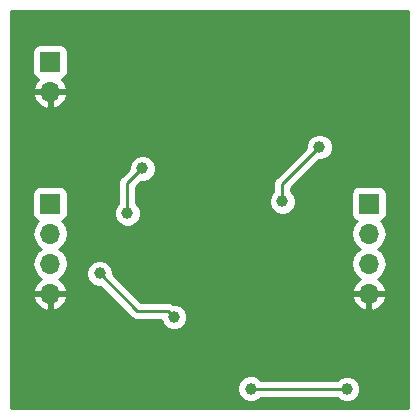
<source format=gbr>
G04 #@! TF.GenerationSoftware,KiCad,Pcbnew,5.0.1-33cea8e~67~ubuntu18.04.1*
G04 #@! TF.CreationDate,2018-10-23T17:06:15-07:00*
G04 #@! TF.ProjectId,big_battery,6269675F626174746572792E6B696361,rev?*
G04 #@! TF.SameCoordinates,Original*
G04 #@! TF.FileFunction,Copper,L2,Bot,Signal*
G04 #@! TF.FilePolarity,Positive*
%FSLAX46Y46*%
G04 Gerber Fmt 4.6, Leading zero omitted, Abs format (unit mm)*
G04 Created by KiCad (PCBNEW 5.0.1-33cea8e~67~ubuntu18.04.1) date Tue 23 Oct 2018 05:06:15 PM PDT*
%MOMM*%
%LPD*%
G01*
G04 APERTURE LIST*
G04 #@! TA.AperFunction,ComponentPad*
%ADD10R,1.700000X1.700000*%
G04 #@! TD*
G04 #@! TA.AperFunction,ComponentPad*
%ADD11O,1.700000X1.700000*%
G04 #@! TD*
G04 #@! TA.AperFunction,ViaPad*
%ADD12C,1.000000*%
G04 #@! TD*
G04 #@! TA.AperFunction,Conductor*
%ADD13C,0.250000*%
G04 #@! TD*
G04 #@! TA.AperFunction,Conductor*
%ADD14C,0.254000*%
G04 #@! TD*
G04 APERTURE END LIST*
D10*
G04 #@! TO.P,J3,1*
G04 #@! TO.N,/V_Out*
X31000000Y-17000000D03*
D11*
G04 #@! TO.P,J3,2*
G04 #@! TO.N,/CURRENT*
X31000000Y-19540000D03*
G04 #@! TO.P,J3,3*
G04 #@! TO.N,/TRICKLE_DIS*
X31000000Y-22080000D03*
G04 #@! TO.P,J3,4*
G04 #@! TO.N,GND*
X31000000Y-24620000D03*
G04 #@! TD*
G04 #@! TO.P,J2,2*
G04 #@! TO.N,GND*
X4000000Y-7540000D03*
D10*
G04 #@! TO.P,J2,1*
G04 #@! TO.N,+12V*
X4000000Y-5000000D03*
G04 #@! TD*
G04 #@! TO.P,J1,1*
G04 #@! TO.N,/S+*
X4000000Y-17000000D03*
D11*
G04 #@! TO.P,J1,2*
G04 #@! TO.N,/TRM*
X4000000Y-19540000D03*
G04 #@! TO.P,J1,3*
G04 #@! TO.N,/CB*
X4000000Y-22080000D03*
G04 #@! TO.P,J1,4*
G04 #@! TO.N,GND*
X4000000Y-24620000D03*
G04 #@! TD*
D12*
G04 #@! TO.N,GND*
X16000000Y-17400000D03*
X17500000Y-29200000D03*
X22900000Y-8900002D03*
X12899998Y-32674990D03*
G04 #@! TO.N,+3V3*
X26800000Y-12200000D03*
X23675000Y-16800000D03*
X21000000Y-32674990D03*
X29149584Y-32700000D03*
G04 #@! TO.N,Net-(R3-Pad1)*
X14500000Y-26600000D03*
X8200000Y-22900000D03*
G04 #@! TO.N,/V_Out*
X11800000Y-14000000D03*
X10554957Y-17806109D03*
G04 #@! TD*
D13*
G04 #@! TO.N,+3V3*
X23675000Y-15325000D02*
X23675000Y-16800000D01*
X26800000Y-12200000D02*
X23675000Y-15325000D01*
X21000000Y-32674990D02*
X29124574Y-32674990D01*
X29124574Y-32674990D02*
X29149584Y-32700000D01*
G04 #@! TO.N,Net-(R3-Pad1)*
X14000001Y-26100001D02*
X11400001Y-26100001D01*
X14500000Y-26600000D02*
X14000001Y-26100001D01*
X11400001Y-26100001D02*
X8200000Y-22900000D01*
G04 #@! TO.N,/V_Out*
X11800000Y-14000000D02*
X10554957Y-15245043D01*
X10554957Y-15245043D02*
X10554957Y-17806109D01*
G04 #@! TD*
D14*
G04 #@! TO.N,GND*
G36*
X34265000Y-34265000D02*
X735000Y-34265000D01*
X735000Y-32449224D01*
X19865000Y-32449224D01*
X19865000Y-32900756D01*
X20037793Y-33317916D01*
X20357074Y-33637197D01*
X20774234Y-33809990D01*
X21225766Y-33809990D01*
X21642926Y-33637197D01*
X21845133Y-33434990D01*
X28279441Y-33434990D01*
X28506658Y-33662207D01*
X28923818Y-33835000D01*
X29375350Y-33835000D01*
X29792510Y-33662207D01*
X30111791Y-33342926D01*
X30284584Y-32925766D01*
X30284584Y-32474234D01*
X30111791Y-32057074D01*
X29792510Y-31737793D01*
X29375350Y-31565000D01*
X28923818Y-31565000D01*
X28506658Y-31737793D01*
X28329461Y-31914990D01*
X21845133Y-31914990D01*
X21642926Y-31712783D01*
X21225766Y-31539990D01*
X20774234Y-31539990D01*
X20357074Y-31712783D01*
X20037793Y-32032064D01*
X19865000Y-32449224D01*
X735000Y-32449224D01*
X735000Y-24976890D01*
X2558524Y-24976890D01*
X2728355Y-25386924D01*
X3118642Y-25815183D01*
X3643108Y-26061486D01*
X3873000Y-25940819D01*
X3873000Y-24747000D01*
X4127000Y-24747000D01*
X4127000Y-25940819D01*
X4356892Y-26061486D01*
X4881358Y-25815183D01*
X5271645Y-25386924D01*
X5441476Y-24976890D01*
X5320155Y-24747000D01*
X4127000Y-24747000D01*
X3873000Y-24747000D01*
X2679845Y-24747000D01*
X2558524Y-24976890D01*
X735000Y-24976890D01*
X735000Y-19540000D01*
X2485908Y-19540000D01*
X2601161Y-20119418D01*
X2929375Y-20610625D01*
X3227761Y-20810000D01*
X2929375Y-21009375D01*
X2601161Y-21500582D01*
X2485908Y-22080000D01*
X2601161Y-22659418D01*
X2929375Y-23150625D01*
X3248478Y-23363843D01*
X3118642Y-23424817D01*
X2728355Y-23853076D01*
X2558524Y-24263110D01*
X2679845Y-24493000D01*
X3873000Y-24493000D01*
X3873000Y-24473000D01*
X4127000Y-24473000D01*
X4127000Y-24493000D01*
X5320155Y-24493000D01*
X5441476Y-24263110D01*
X5271645Y-23853076D01*
X4881358Y-23424817D01*
X4751522Y-23363843D01*
X5070625Y-23150625D01*
X5388939Y-22674234D01*
X7065000Y-22674234D01*
X7065000Y-23125766D01*
X7237793Y-23542926D01*
X7557074Y-23862207D01*
X7974234Y-24035000D01*
X8260199Y-24035000D01*
X10809671Y-26584473D01*
X10852072Y-26647930D01*
X10915528Y-26690330D01*
X11103463Y-26815905D01*
X11151606Y-26825481D01*
X11325149Y-26860001D01*
X11325153Y-26860001D01*
X11400001Y-26874889D01*
X11474849Y-26860001D01*
X13379181Y-26860001D01*
X13537793Y-27242926D01*
X13857074Y-27562207D01*
X14274234Y-27735000D01*
X14725766Y-27735000D01*
X15142926Y-27562207D01*
X15462207Y-27242926D01*
X15635000Y-26825766D01*
X15635000Y-26374234D01*
X15462207Y-25957074D01*
X15142926Y-25637793D01*
X14725766Y-25465000D01*
X14417618Y-25465000D01*
X14296538Y-25384097D01*
X14074853Y-25340001D01*
X14074848Y-25340001D01*
X14000001Y-25325113D01*
X13925154Y-25340001D01*
X11714803Y-25340001D01*
X11351692Y-24976890D01*
X29558524Y-24976890D01*
X29728355Y-25386924D01*
X30118642Y-25815183D01*
X30643108Y-26061486D01*
X30873000Y-25940819D01*
X30873000Y-24747000D01*
X31127000Y-24747000D01*
X31127000Y-25940819D01*
X31356892Y-26061486D01*
X31881358Y-25815183D01*
X32271645Y-25386924D01*
X32441476Y-24976890D01*
X32320155Y-24747000D01*
X31127000Y-24747000D01*
X30873000Y-24747000D01*
X29679845Y-24747000D01*
X29558524Y-24976890D01*
X11351692Y-24976890D01*
X9335000Y-22960199D01*
X9335000Y-22674234D01*
X9162207Y-22257074D01*
X8842926Y-21937793D01*
X8425766Y-21765000D01*
X7974234Y-21765000D01*
X7557074Y-21937793D01*
X7237793Y-22257074D01*
X7065000Y-22674234D01*
X5388939Y-22674234D01*
X5398839Y-22659418D01*
X5514092Y-22080000D01*
X5398839Y-21500582D01*
X5070625Y-21009375D01*
X4772239Y-20810000D01*
X5070625Y-20610625D01*
X5398839Y-20119418D01*
X5514092Y-19540000D01*
X29485908Y-19540000D01*
X29601161Y-20119418D01*
X29929375Y-20610625D01*
X30227761Y-20810000D01*
X29929375Y-21009375D01*
X29601161Y-21500582D01*
X29485908Y-22080000D01*
X29601161Y-22659418D01*
X29929375Y-23150625D01*
X30248478Y-23363843D01*
X30118642Y-23424817D01*
X29728355Y-23853076D01*
X29558524Y-24263110D01*
X29679845Y-24493000D01*
X30873000Y-24493000D01*
X30873000Y-24473000D01*
X31127000Y-24473000D01*
X31127000Y-24493000D01*
X32320155Y-24493000D01*
X32441476Y-24263110D01*
X32271645Y-23853076D01*
X31881358Y-23424817D01*
X31751522Y-23363843D01*
X32070625Y-23150625D01*
X32398839Y-22659418D01*
X32514092Y-22080000D01*
X32398839Y-21500582D01*
X32070625Y-21009375D01*
X31772239Y-20810000D01*
X32070625Y-20610625D01*
X32398839Y-20119418D01*
X32514092Y-19540000D01*
X32398839Y-18960582D01*
X32070625Y-18469375D01*
X32052381Y-18457184D01*
X32097765Y-18448157D01*
X32307809Y-18307809D01*
X32448157Y-18097765D01*
X32497440Y-17850000D01*
X32497440Y-16150000D01*
X32448157Y-15902235D01*
X32307809Y-15692191D01*
X32097765Y-15551843D01*
X31850000Y-15502560D01*
X30150000Y-15502560D01*
X29902235Y-15551843D01*
X29692191Y-15692191D01*
X29551843Y-15902235D01*
X29502560Y-16150000D01*
X29502560Y-17850000D01*
X29551843Y-18097765D01*
X29692191Y-18307809D01*
X29902235Y-18448157D01*
X29947619Y-18457184D01*
X29929375Y-18469375D01*
X29601161Y-18960582D01*
X29485908Y-19540000D01*
X5514092Y-19540000D01*
X5398839Y-18960582D01*
X5070625Y-18469375D01*
X5052381Y-18457184D01*
X5097765Y-18448157D01*
X5307809Y-18307809D01*
X5448157Y-18097765D01*
X5497440Y-17850000D01*
X5497440Y-17580343D01*
X9419957Y-17580343D01*
X9419957Y-18031875D01*
X9592750Y-18449035D01*
X9912031Y-18768316D01*
X10329191Y-18941109D01*
X10780723Y-18941109D01*
X11197883Y-18768316D01*
X11517164Y-18449035D01*
X11689957Y-18031875D01*
X11689957Y-17580343D01*
X11517164Y-17163183D01*
X11314957Y-16960976D01*
X11314957Y-16574234D01*
X22540000Y-16574234D01*
X22540000Y-17025766D01*
X22712793Y-17442926D01*
X23032074Y-17762207D01*
X23449234Y-17935000D01*
X23900766Y-17935000D01*
X24317926Y-17762207D01*
X24637207Y-17442926D01*
X24810000Y-17025766D01*
X24810000Y-16574234D01*
X24637207Y-16157074D01*
X24435000Y-15954867D01*
X24435000Y-15639801D01*
X26739803Y-13335000D01*
X27025766Y-13335000D01*
X27442926Y-13162207D01*
X27762207Y-12842926D01*
X27935000Y-12425766D01*
X27935000Y-11974234D01*
X27762207Y-11557074D01*
X27442926Y-11237793D01*
X27025766Y-11065000D01*
X26574234Y-11065000D01*
X26157074Y-11237793D01*
X25837793Y-11557074D01*
X25665000Y-11974234D01*
X25665000Y-12260197D01*
X23190530Y-14734669D01*
X23127071Y-14777071D01*
X22959096Y-15028464D01*
X22915000Y-15250149D01*
X22915000Y-15250153D01*
X22900112Y-15325000D01*
X22915000Y-15399847D01*
X22915000Y-15954867D01*
X22712793Y-16157074D01*
X22540000Y-16574234D01*
X11314957Y-16574234D01*
X11314957Y-15559844D01*
X11739802Y-15135000D01*
X12025766Y-15135000D01*
X12442926Y-14962207D01*
X12762207Y-14642926D01*
X12935000Y-14225766D01*
X12935000Y-13774234D01*
X12762207Y-13357074D01*
X12442926Y-13037793D01*
X12025766Y-12865000D01*
X11574234Y-12865000D01*
X11157074Y-13037793D01*
X10837793Y-13357074D01*
X10665000Y-13774234D01*
X10665000Y-14060198D01*
X10070487Y-14654712D01*
X10007028Y-14697114D01*
X9839053Y-14948507D01*
X9794957Y-15170192D01*
X9794957Y-15170196D01*
X9780069Y-15245043D01*
X9794957Y-15319890D01*
X9794958Y-16960975D01*
X9592750Y-17163183D01*
X9419957Y-17580343D01*
X5497440Y-17580343D01*
X5497440Y-16150000D01*
X5448157Y-15902235D01*
X5307809Y-15692191D01*
X5097765Y-15551843D01*
X4850000Y-15502560D01*
X3150000Y-15502560D01*
X2902235Y-15551843D01*
X2692191Y-15692191D01*
X2551843Y-15902235D01*
X2502560Y-16150000D01*
X2502560Y-17850000D01*
X2551843Y-18097765D01*
X2692191Y-18307809D01*
X2902235Y-18448157D01*
X2947619Y-18457184D01*
X2929375Y-18469375D01*
X2601161Y-18960582D01*
X2485908Y-19540000D01*
X735000Y-19540000D01*
X735000Y-7896890D01*
X2558524Y-7896890D01*
X2728355Y-8306924D01*
X3118642Y-8735183D01*
X3643108Y-8981486D01*
X3873000Y-8860819D01*
X3873000Y-7667000D01*
X4127000Y-7667000D01*
X4127000Y-8860819D01*
X4356892Y-8981486D01*
X4881358Y-8735183D01*
X5271645Y-8306924D01*
X5441476Y-7896890D01*
X5320155Y-7667000D01*
X4127000Y-7667000D01*
X3873000Y-7667000D01*
X2679845Y-7667000D01*
X2558524Y-7896890D01*
X735000Y-7896890D01*
X735000Y-4150000D01*
X2502560Y-4150000D01*
X2502560Y-5850000D01*
X2551843Y-6097765D01*
X2692191Y-6307809D01*
X2902235Y-6448157D01*
X3005708Y-6468739D01*
X2728355Y-6773076D01*
X2558524Y-7183110D01*
X2679845Y-7413000D01*
X3873000Y-7413000D01*
X3873000Y-7393000D01*
X4127000Y-7393000D01*
X4127000Y-7413000D01*
X5320155Y-7413000D01*
X5441476Y-7183110D01*
X5271645Y-6773076D01*
X4994292Y-6468739D01*
X5097765Y-6448157D01*
X5307809Y-6307809D01*
X5448157Y-6097765D01*
X5497440Y-5850000D01*
X5497440Y-4150000D01*
X5448157Y-3902235D01*
X5307809Y-3692191D01*
X5097765Y-3551843D01*
X4850000Y-3502560D01*
X3150000Y-3502560D01*
X2902235Y-3551843D01*
X2692191Y-3692191D01*
X2551843Y-3902235D01*
X2502560Y-4150000D01*
X735000Y-4150000D01*
X735000Y-735000D01*
X34265001Y-735000D01*
X34265000Y-34265000D01*
X34265000Y-34265000D01*
G37*
X34265000Y-34265000D02*
X735000Y-34265000D01*
X735000Y-32449224D01*
X19865000Y-32449224D01*
X19865000Y-32900756D01*
X20037793Y-33317916D01*
X20357074Y-33637197D01*
X20774234Y-33809990D01*
X21225766Y-33809990D01*
X21642926Y-33637197D01*
X21845133Y-33434990D01*
X28279441Y-33434990D01*
X28506658Y-33662207D01*
X28923818Y-33835000D01*
X29375350Y-33835000D01*
X29792510Y-33662207D01*
X30111791Y-33342926D01*
X30284584Y-32925766D01*
X30284584Y-32474234D01*
X30111791Y-32057074D01*
X29792510Y-31737793D01*
X29375350Y-31565000D01*
X28923818Y-31565000D01*
X28506658Y-31737793D01*
X28329461Y-31914990D01*
X21845133Y-31914990D01*
X21642926Y-31712783D01*
X21225766Y-31539990D01*
X20774234Y-31539990D01*
X20357074Y-31712783D01*
X20037793Y-32032064D01*
X19865000Y-32449224D01*
X735000Y-32449224D01*
X735000Y-24976890D01*
X2558524Y-24976890D01*
X2728355Y-25386924D01*
X3118642Y-25815183D01*
X3643108Y-26061486D01*
X3873000Y-25940819D01*
X3873000Y-24747000D01*
X4127000Y-24747000D01*
X4127000Y-25940819D01*
X4356892Y-26061486D01*
X4881358Y-25815183D01*
X5271645Y-25386924D01*
X5441476Y-24976890D01*
X5320155Y-24747000D01*
X4127000Y-24747000D01*
X3873000Y-24747000D01*
X2679845Y-24747000D01*
X2558524Y-24976890D01*
X735000Y-24976890D01*
X735000Y-19540000D01*
X2485908Y-19540000D01*
X2601161Y-20119418D01*
X2929375Y-20610625D01*
X3227761Y-20810000D01*
X2929375Y-21009375D01*
X2601161Y-21500582D01*
X2485908Y-22080000D01*
X2601161Y-22659418D01*
X2929375Y-23150625D01*
X3248478Y-23363843D01*
X3118642Y-23424817D01*
X2728355Y-23853076D01*
X2558524Y-24263110D01*
X2679845Y-24493000D01*
X3873000Y-24493000D01*
X3873000Y-24473000D01*
X4127000Y-24473000D01*
X4127000Y-24493000D01*
X5320155Y-24493000D01*
X5441476Y-24263110D01*
X5271645Y-23853076D01*
X4881358Y-23424817D01*
X4751522Y-23363843D01*
X5070625Y-23150625D01*
X5388939Y-22674234D01*
X7065000Y-22674234D01*
X7065000Y-23125766D01*
X7237793Y-23542926D01*
X7557074Y-23862207D01*
X7974234Y-24035000D01*
X8260199Y-24035000D01*
X10809671Y-26584473D01*
X10852072Y-26647930D01*
X10915528Y-26690330D01*
X11103463Y-26815905D01*
X11151606Y-26825481D01*
X11325149Y-26860001D01*
X11325153Y-26860001D01*
X11400001Y-26874889D01*
X11474849Y-26860001D01*
X13379181Y-26860001D01*
X13537793Y-27242926D01*
X13857074Y-27562207D01*
X14274234Y-27735000D01*
X14725766Y-27735000D01*
X15142926Y-27562207D01*
X15462207Y-27242926D01*
X15635000Y-26825766D01*
X15635000Y-26374234D01*
X15462207Y-25957074D01*
X15142926Y-25637793D01*
X14725766Y-25465000D01*
X14417618Y-25465000D01*
X14296538Y-25384097D01*
X14074853Y-25340001D01*
X14074848Y-25340001D01*
X14000001Y-25325113D01*
X13925154Y-25340001D01*
X11714803Y-25340001D01*
X11351692Y-24976890D01*
X29558524Y-24976890D01*
X29728355Y-25386924D01*
X30118642Y-25815183D01*
X30643108Y-26061486D01*
X30873000Y-25940819D01*
X30873000Y-24747000D01*
X31127000Y-24747000D01*
X31127000Y-25940819D01*
X31356892Y-26061486D01*
X31881358Y-25815183D01*
X32271645Y-25386924D01*
X32441476Y-24976890D01*
X32320155Y-24747000D01*
X31127000Y-24747000D01*
X30873000Y-24747000D01*
X29679845Y-24747000D01*
X29558524Y-24976890D01*
X11351692Y-24976890D01*
X9335000Y-22960199D01*
X9335000Y-22674234D01*
X9162207Y-22257074D01*
X8842926Y-21937793D01*
X8425766Y-21765000D01*
X7974234Y-21765000D01*
X7557074Y-21937793D01*
X7237793Y-22257074D01*
X7065000Y-22674234D01*
X5388939Y-22674234D01*
X5398839Y-22659418D01*
X5514092Y-22080000D01*
X5398839Y-21500582D01*
X5070625Y-21009375D01*
X4772239Y-20810000D01*
X5070625Y-20610625D01*
X5398839Y-20119418D01*
X5514092Y-19540000D01*
X29485908Y-19540000D01*
X29601161Y-20119418D01*
X29929375Y-20610625D01*
X30227761Y-20810000D01*
X29929375Y-21009375D01*
X29601161Y-21500582D01*
X29485908Y-22080000D01*
X29601161Y-22659418D01*
X29929375Y-23150625D01*
X30248478Y-23363843D01*
X30118642Y-23424817D01*
X29728355Y-23853076D01*
X29558524Y-24263110D01*
X29679845Y-24493000D01*
X30873000Y-24493000D01*
X30873000Y-24473000D01*
X31127000Y-24473000D01*
X31127000Y-24493000D01*
X32320155Y-24493000D01*
X32441476Y-24263110D01*
X32271645Y-23853076D01*
X31881358Y-23424817D01*
X31751522Y-23363843D01*
X32070625Y-23150625D01*
X32398839Y-22659418D01*
X32514092Y-22080000D01*
X32398839Y-21500582D01*
X32070625Y-21009375D01*
X31772239Y-20810000D01*
X32070625Y-20610625D01*
X32398839Y-20119418D01*
X32514092Y-19540000D01*
X32398839Y-18960582D01*
X32070625Y-18469375D01*
X32052381Y-18457184D01*
X32097765Y-18448157D01*
X32307809Y-18307809D01*
X32448157Y-18097765D01*
X32497440Y-17850000D01*
X32497440Y-16150000D01*
X32448157Y-15902235D01*
X32307809Y-15692191D01*
X32097765Y-15551843D01*
X31850000Y-15502560D01*
X30150000Y-15502560D01*
X29902235Y-15551843D01*
X29692191Y-15692191D01*
X29551843Y-15902235D01*
X29502560Y-16150000D01*
X29502560Y-17850000D01*
X29551843Y-18097765D01*
X29692191Y-18307809D01*
X29902235Y-18448157D01*
X29947619Y-18457184D01*
X29929375Y-18469375D01*
X29601161Y-18960582D01*
X29485908Y-19540000D01*
X5514092Y-19540000D01*
X5398839Y-18960582D01*
X5070625Y-18469375D01*
X5052381Y-18457184D01*
X5097765Y-18448157D01*
X5307809Y-18307809D01*
X5448157Y-18097765D01*
X5497440Y-17850000D01*
X5497440Y-17580343D01*
X9419957Y-17580343D01*
X9419957Y-18031875D01*
X9592750Y-18449035D01*
X9912031Y-18768316D01*
X10329191Y-18941109D01*
X10780723Y-18941109D01*
X11197883Y-18768316D01*
X11517164Y-18449035D01*
X11689957Y-18031875D01*
X11689957Y-17580343D01*
X11517164Y-17163183D01*
X11314957Y-16960976D01*
X11314957Y-16574234D01*
X22540000Y-16574234D01*
X22540000Y-17025766D01*
X22712793Y-17442926D01*
X23032074Y-17762207D01*
X23449234Y-17935000D01*
X23900766Y-17935000D01*
X24317926Y-17762207D01*
X24637207Y-17442926D01*
X24810000Y-17025766D01*
X24810000Y-16574234D01*
X24637207Y-16157074D01*
X24435000Y-15954867D01*
X24435000Y-15639801D01*
X26739803Y-13335000D01*
X27025766Y-13335000D01*
X27442926Y-13162207D01*
X27762207Y-12842926D01*
X27935000Y-12425766D01*
X27935000Y-11974234D01*
X27762207Y-11557074D01*
X27442926Y-11237793D01*
X27025766Y-11065000D01*
X26574234Y-11065000D01*
X26157074Y-11237793D01*
X25837793Y-11557074D01*
X25665000Y-11974234D01*
X25665000Y-12260197D01*
X23190530Y-14734669D01*
X23127071Y-14777071D01*
X22959096Y-15028464D01*
X22915000Y-15250149D01*
X22915000Y-15250153D01*
X22900112Y-15325000D01*
X22915000Y-15399847D01*
X22915000Y-15954867D01*
X22712793Y-16157074D01*
X22540000Y-16574234D01*
X11314957Y-16574234D01*
X11314957Y-15559844D01*
X11739802Y-15135000D01*
X12025766Y-15135000D01*
X12442926Y-14962207D01*
X12762207Y-14642926D01*
X12935000Y-14225766D01*
X12935000Y-13774234D01*
X12762207Y-13357074D01*
X12442926Y-13037793D01*
X12025766Y-12865000D01*
X11574234Y-12865000D01*
X11157074Y-13037793D01*
X10837793Y-13357074D01*
X10665000Y-13774234D01*
X10665000Y-14060198D01*
X10070487Y-14654712D01*
X10007028Y-14697114D01*
X9839053Y-14948507D01*
X9794957Y-15170192D01*
X9794957Y-15170196D01*
X9780069Y-15245043D01*
X9794957Y-15319890D01*
X9794958Y-16960975D01*
X9592750Y-17163183D01*
X9419957Y-17580343D01*
X5497440Y-17580343D01*
X5497440Y-16150000D01*
X5448157Y-15902235D01*
X5307809Y-15692191D01*
X5097765Y-15551843D01*
X4850000Y-15502560D01*
X3150000Y-15502560D01*
X2902235Y-15551843D01*
X2692191Y-15692191D01*
X2551843Y-15902235D01*
X2502560Y-16150000D01*
X2502560Y-17850000D01*
X2551843Y-18097765D01*
X2692191Y-18307809D01*
X2902235Y-18448157D01*
X2947619Y-18457184D01*
X2929375Y-18469375D01*
X2601161Y-18960582D01*
X2485908Y-19540000D01*
X735000Y-19540000D01*
X735000Y-7896890D01*
X2558524Y-7896890D01*
X2728355Y-8306924D01*
X3118642Y-8735183D01*
X3643108Y-8981486D01*
X3873000Y-8860819D01*
X3873000Y-7667000D01*
X4127000Y-7667000D01*
X4127000Y-8860819D01*
X4356892Y-8981486D01*
X4881358Y-8735183D01*
X5271645Y-8306924D01*
X5441476Y-7896890D01*
X5320155Y-7667000D01*
X4127000Y-7667000D01*
X3873000Y-7667000D01*
X2679845Y-7667000D01*
X2558524Y-7896890D01*
X735000Y-7896890D01*
X735000Y-4150000D01*
X2502560Y-4150000D01*
X2502560Y-5850000D01*
X2551843Y-6097765D01*
X2692191Y-6307809D01*
X2902235Y-6448157D01*
X3005708Y-6468739D01*
X2728355Y-6773076D01*
X2558524Y-7183110D01*
X2679845Y-7413000D01*
X3873000Y-7413000D01*
X3873000Y-7393000D01*
X4127000Y-7393000D01*
X4127000Y-7413000D01*
X5320155Y-7413000D01*
X5441476Y-7183110D01*
X5271645Y-6773076D01*
X4994292Y-6468739D01*
X5097765Y-6448157D01*
X5307809Y-6307809D01*
X5448157Y-6097765D01*
X5497440Y-5850000D01*
X5497440Y-4150000D01*
X5448157Y-3902235D01*
X5307809Y-3692191D01*
X5097765Y-3551843D01*
X4850000Y-3502560D01*
X3150000Y-3502560D01*
X2902235Y-3551843D01*
X2692191Y-3692191D01*
X2551843Y-3902235D01*
X2502560Y-4150000D01*
X735000Y-4150000D01*
X735000Y-735000D01*
X34265001Y-735000D01*
X34265000Y-34265000D01*
G04 #@! TD*
M02*

</source>
